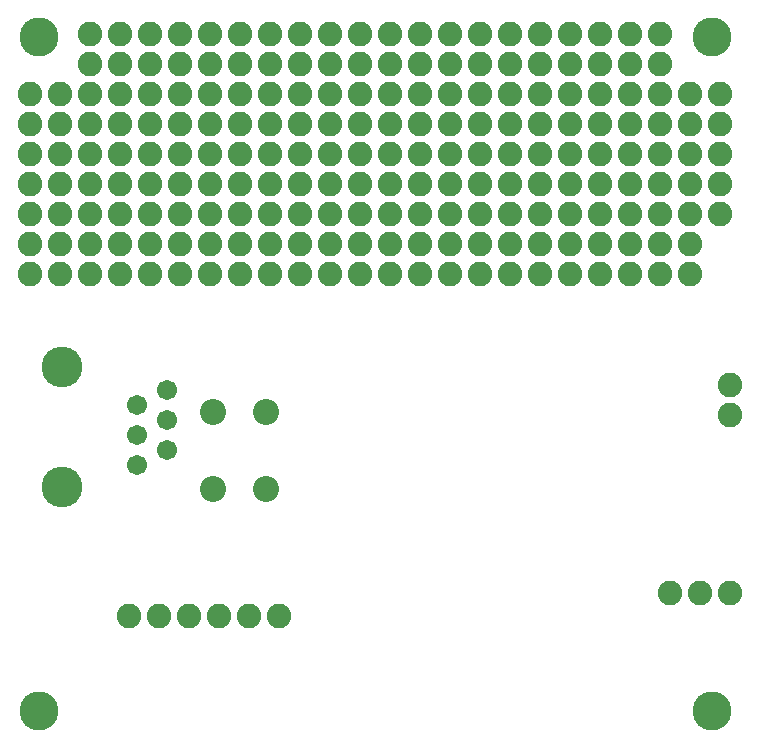
<source format=gbs>
G04 Layer_Color=8150272*
%FSLAX25Y25*%
%MOIN*%
G70*
G01*
G75*
%ADD66C,0.06706*%
%ADD67C,0.08674*%
%ADD68C,0.08200*%
%ADD69C,0.13595*%
%ADD70C,0.13005*%
D66*
X48622Y97736D02*
D03*
X58622Y102736D02*
D03*
X48622Y107736D02*
D03*
X58622Y112736D02*
D03*
X48622Y117736D02*
D03*
X58622Y122736D02*
D03*
D67*
X91535Y115157D02*
D03*
Y89567D02*
D03*
X73819D02*
D03*
Y115157D02*
D03*
D68*
X246063Y124173D02*
D03*
Y114173D02*
D03*
X226063Y55118D02*
D03*
X246063D02*
D03*
X236063D02*
D03*
X95866Y47244D02*
D03*
X85866D02*
D03*
X75866D02*
D03*
X65866D02*
D03*
X55866D02*
D03*
X45866D02*
D03*
X212953Y181260D02*
D03*
X202953D02*
D03*
X192953D02*
D03*
X182953D02*
D03*
X172953D02*
D03*
X162953D02*
D03*
X152953D02*
D03*
X142953D02*
D03*
X62953D02*
D03*
X72953D02*
D03*
X82953D02*
D03*
X92953D02*
D03*
X102953D02*
D03*
X112953D02*
D03*
X122953D02*
D03*
X132953D02*
D03*
X52953D02*
D03*
X42953D02*
D03*
X32953D02*
D03*
X22953D02*
D03*
X12953D02*
D03*
Y191260D02*
D03*
X22953D02*
D03*
X32953D02*
D03*
X42953D02*
D03*
X52953D02*
D03*
X132953D02*
D03*
X122953D02*
D03*
X112953D02*
D03*
X102953D02*
D03*
X92953D02*
D03*
X82953D02*
D03*
X72953D02*
D03*
X62953D02*
D03*
X142953D02*
D03*
X152953D02*
D03*
X162953D02*
D03*
X172953D02*
D03*
X182953D02*
D03*
X192953D02*
D03*
X202953D02*
D03*
X212953D02*
D03*
Y171260D02*
D03*
X202953D02*
D03*
X192953D02*
D03*
X182953D02*
D03*
X172953D02*
D03*
X162953D02*
D03*
X152953D02*
D03*
X142953D02*
D03*
X62953D02*
D03*
X72953D02*
D03*
X82953D02*
D03*
X92953D02*
D03*
X102953D02*
D03*
X112953D02*
D03*
X122953D02*
D03*
X132953D02*
D03*
X52953D02*
D03*
X42953D02*
D03*
X32953D02*
D03*
X22953D02*
D03*
X12953D02*
D03*
Y161260D02*
D03*
X22953D02*
D03*
X32953D02*
D03*
X42953D02*
D03*
X52953D02*
D03*
X132953D02*
D03*
X122953D02*
D03*
X112953D02*
D03*
X102953D02*
D03*
X92953D02*
D03*
X82953D02*
D03*
X72953D02*
D03*
X62953D02*
D03*
X142953D02*
D03*
X152953D02*
D03*
X162953D02*
D03*
X172953D02*
D03*
X182953D02*
D03*
X192953D02*
D03*
X202953D02*
D03*
X212953D02*
D03*
Y221260D02*
D03*
X202953D02*
D03*
X192953D02*
D03*
X182953D02*
D03*
X172953D02*
D03*
X162953D02*
D03*
X152953D02*
D03*
X142953D02*
D03*
X62953D02*
D03*
X72953D02*
D03*
X82953D02*
D03*
X92953D02*
D03*
X102953D02*
D03*
X112953D02*
D03*
X122953D02*
D03*
X132953D02*
D03*
X52953D02*
D03*
X42953D02*
D03*
X32953D02*
D03*
X22953D02*
D03*
X12953D02*
D03*
X212953Y211260D02*
D03*
X202953D02*
D03*
X192953D02*
D03*
X182953D02*
D03*
X172953D02*
D03*
X162953D02*
D03*
X152953D02*
D03*
X142953D02*
D03*
X62953D02*
D03*
X72953D02*
D03*
X82953D02*
D03*
X92953D02*
D03*
X102953D02*
D03*
X112953D02*
D03*
X122953D02*
D03*
X132953D02*
D03*
X52953D02*
D03*
X42953D02*
D03*
X32953D02*
D03*
X22953D02*
D03*
X12953D02*
D03*
Y201260D02*
D03*
X22953D02*
D03*
X32953D02*
D03*
X42953D02*
D03*
X52953D02*
D03*
X132953D02*
D03*
X122953D02*
D03*
X112953D02*
D03*
X102953D02*
D03*
X92953D02*
D03*
X82953D02*
D03*
X72953D02*
D03*
X62953D02*
D03*
X142953D02*
D03*
X152953D02*
D03*
X162953D02*
D03*
X172953D02*
D03*
X182953D02*
D03*
X192953D02*
D03*
X202953D02*
D03*
X212953D02*
D03*
X242953D02*
D03*
X232953D02*
D03*
Y211260D02*
D03*
X242953D02*
D03*
X232953Y221260D02*
D03*
X242953D02*
D03*
X232953Y161260D02*
D03*
Y171260D02*
D03*
X242953Y191260D02*
D03*
X232953D02*
D03*
Y181260D02*
D03*
X242953D02*
D03*
X32953Y231260D02*
D03*
X42953D02*
D03*
X52953D02*
D03*
X132953D02*
D03*
X122953D02*
D03*
X112953D02*
D03*
X102953D02*
D03*
X92953D02*
D03*
X82953D02*
D03*
X72953D02*
D03*
X62953D02*
D03*
X142953D02*
D03*
X152953D02*
D03*
X162953D02*
D03*
X172953D02*
D03*
X182953D02*
D03*
X192953D02*
D03*
X202953D02*
D03*
X212953D02*
D03*
X32953Y241260D02*
D03*
X42953D02*
D03*
X52953D02*
D03*
X132953D02*
D03*
X122953D02*
D03*
X112953D02*
D03*
X102953D02*
D03*
X92953D02*
D03*
X82953D02*
D03*
X72953D02*
D03*
X62953D02*
D03*
X142953D02*
D03*
X152953D02*
D03*
X162953D02*
D03*
X172953D02*
D03*
X182953D02*
D03*
X192953D02*
D03*
X202953D02*
D03*
X212953D02*
D03*
X222953Y201260D02*
D03*
Y211260D02*
D03*
Y221260D02*
D03*
Y161260D02*
D03*
Y171260D02*
D03*
Y191260D02*
D03*
Y181260D02*
D03*
Y241260D02*
D03*
Y231260D02*
D03*
D69*
X23622Y90236D02*
D03*
Y130236D02*
D03*
D70*
X15748Y15748D02*
D03*
X240158D02*
D03*
Y240158D02*
D03*
X15748D02*
D03*
M02*

</source>
